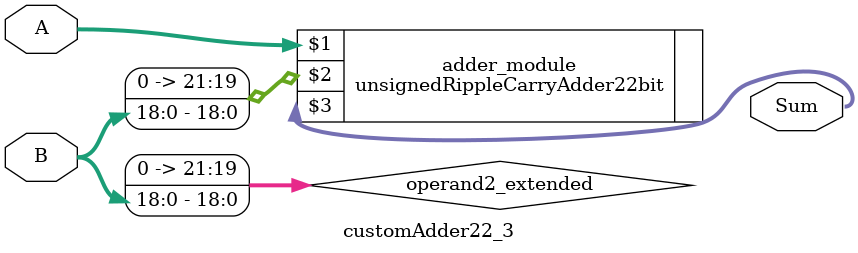
<source format=v>

module customAdder22_3(
                    input [21 : 0] A,
                    input [18 : 0] B,
                    
                    output [22 : 0] Sum
            );

    wire [21 : 0] operand2_extended;
    
    assign operand2_extended =  {3'b0, B};
    
    unsignedRippleCarryAdder22bit adder_module(
        A,
        operand2_extended,
        Sum
    );
    
endmodule
        
</source>
